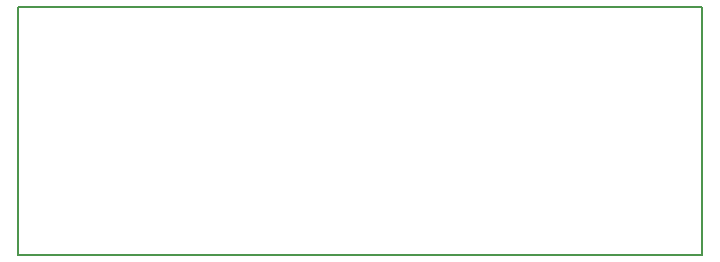
<source format=gko>
G04 Layer_Color=16711935*
%FSLAX24Y24*%
%MOIN*%
G70*
G01*
G75*
%ADD45C,0.0079*%
D45*
X22687Y35502D02*
X45472D01*
Y27264D02*
Y35502D01*
X22687Y27264D02*
X45472D01*
X22687D02*
Y35502D01*
M02*

</source>
